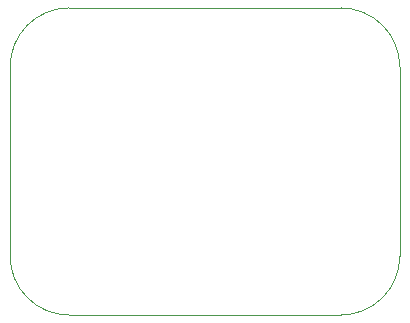
<source format=gbr>
%TF.GenerationSoftware,KiCad,Pcbnew,9.0.3-9.0.3-0~ubuntu24.04.1*%
%TF.CreationDate,2025-07-10T10:20:05-04:00*%
%TF.ProjectId,tire_sensor,74697265-5f73-4656-9e73-6f722e6b6963,rev?*%
%TF.SameCoordinates,Original*%
%TF.FileFunction,Profile,NP*%
%FSLAX46Y46*%
G04 Gerber Fmt 4.6, Leading zero omitted, Abs format (unit mm)*
G04 Created by KiCad (PCBNEW 9.0.3-9.0.3-0~ubuntu24.04.1) date 2025-07-10 10:20:05*
%MOMM*%
%LPD*%
G01*
G04 APERTURE LIST*
%TA.AperFunction,Profile*%
%ADD10C,0.050000*%
%TD*%
G04 APERTURE END LIST*
D10*
X94250000Y74500000D02*
G75*
G02*
X99249955Y69500000I40J-4999915D01*
G01*
X66250000Y69500000D02*
G75*
G02*
X71250000Y74500025I5000040J-15D01*
G01*
X71250000Y74500000D02*
X94250000Y74500000D01*
X99250000Y69500000D02*
X99250000Y53500000D01*
X71250000Y48500000D02*
G75*
G02*
X66249955Y53500000I40J5000085D01*
G01*
X99250000Y53500000D02*
G75*
G02*
X94250000Y48500025I-4999960J-15D01*
G01*
X94250000Y48500000D02*
X71250000Y48500000D01*
X66250000Y53500000D02*
X66250000Y69500000D01*
M02*

</source>
